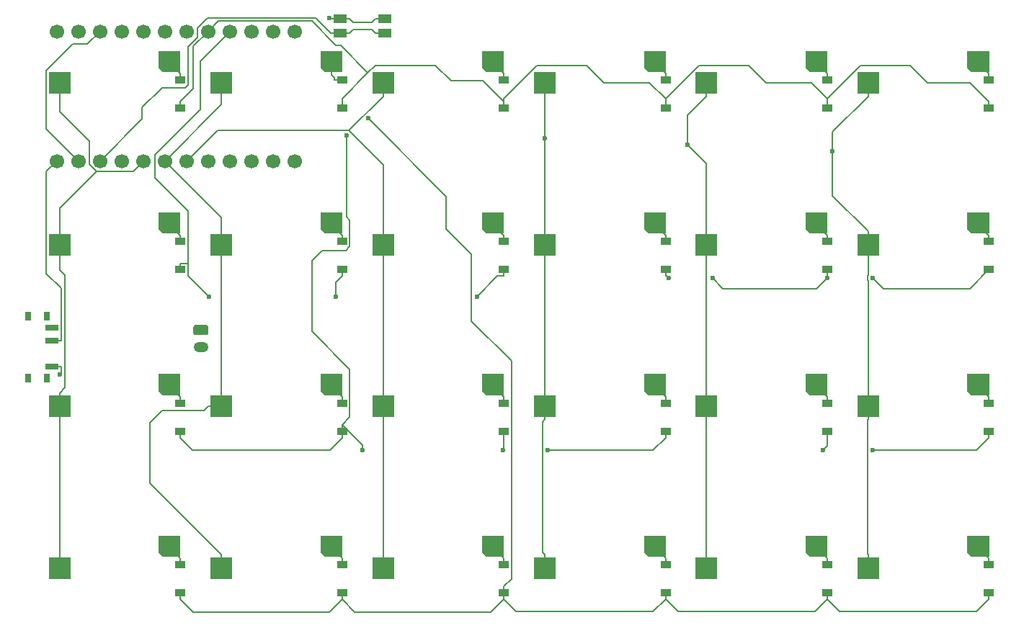
<source format=gbl>
G04 #@! TF.GenerationSoftware,KiCad,Pcbnew,8.0.6+1*
G04 #@! TF.CreationDate,2024-11-11T16:02:32+00:00*
G04 #@! TF.ProjectId,not_about_money_autorouted,6e6f745f-6162-46f7-9574-5f6d6f6e6579,v1.0.0*
G04 #@! TF.SameCoordinates,Original*
G04 #@! TF.FileFunction,Copper,L2,Bot*
G04 #@! TF.FilePolarity,Positive*
%FSLAX46Y46*%
G04 Gerber Fmt 4.6, Leading zero omitted, Abs format (unit mm)*
G04 Created by KiCad (PCBNEW 8.0.6+1) date 2024-11-11 16:02:32*
%MOMM*%
%LPD*%
G01*
G04 APERTURE LIST*
G04 #@! TA.AperFunction,SMDPad,CuDef*
%ADD10R,2.550000X2.500000*%
G04 #@! TD*
G04 #@! TA.AperFunction,SMDPad,CuDef*
%ADD11R,1.200000X0.900000*%
G04 #@! TD*
G04 #@! TA.AperFunction,SMDPad,CuDef*
%ADD12R,1.550000X1.000000*%
G04 #@! TD*
G04 #@! TA.AperFunction,SMDPad,CuDef*
%ADD13R,0.800000X1.000000*%
G04 #@! TD*
G04 #@! TA.AperFunction,SMDPad,CuDef*
%ADD14R,1.500000X0.700000*%
G04 #@! TD*
G04 #@! TA.AperFunction,ComponentPad*
%ADD15C,1.700000*%
G04 #@! TD*
G04 #@! TA.AperFunction,ComponentPad*
%ADD16O,1.750000X1.200000*%
G04 #@! TD*
G04 #@! TA.AperFunction,ViaPad*
%ADD17C,0.600000*%
G04 #@! TD*
G04 #@! TA.AperFunction,Conductor*
%ADD18C,0.200000*%
G04 #@! TD*
G04 APERTURE END LIST*
D10*
X92915000Y-40460000D03*
G04 #@! TA.AperFunction,SMDPad,CuDef*
G36*
X104567000Y-36670000D02*
G01*
X107117000Y-36670000D01*
X107117000Y-39170000D01*
X105067000Y-39170000D01*
X104567000Y-38670000D01*
X104567000Y-36670000D01*
G37*
G04 #@! TD.AperFunction*
D11*
X183100000Y-81400000D03*
X183100000Y-78100000D03*
X145100000Y-62400000D03*
X145100000Y-59100000D03*
D10*
X130915000Y-40460000D03*
G04 #@! TA.AperFunction,SMDPad,CuDef*
G36*
X142567000Y-36670000D02*
G01*
X145117000Y-36670000D01*
X145117000Y-39170000D01*
X143067000Y-39170000D01*
X142567000Y-38670000D01*
X142567000Y-36670000D01*
G37*
G04 #@! TD.AperFunction*
X130915000Y-59460000D03*
G04 #@! TA.AperFunction,SMDPad,CuDef*
G36*
X142567000Y-55670000D02*
G01*
X145117000Y-55670000D01*
X145117000Y-58170000D01*
X143067000Y-58170000D01*
X142567000Y-57670000D01*
X142567000Y-55670000D01*
G37*
G04 #@! TD.AperFunction*
D11*
X202100000Y-62400000D03*
X202100000Y-59100000D03*
X126100000Y-81400000D03*
X126100000Y-78100000D03*
D10*
X92915000Y-97460000D03*
G04 #@! TA.AperFunction,SMDPad,CuDef*
G36*
X104567000Y-93670000D02*
G01*
X107117000Y-93670000D01*
X107117000Y-96170000D01*
X105067000Y-96170000D01*
X104567000Y-95670000D01*
X104567000Y-93670000D01*
G37*
G04 #@! TD.AperFunction*
D11*
X107100000Y-100400000D03*
X107100000Y-97100000D03*
D10*
X111915000Y-78460000D03*
G04 #@! TA.AperFunction,SMDPad,CuDef*
G36*
X123567000Y-74670000D02*
G01*
X126117000Y-74670000D01*
X126117000Y-77170000D01*
X124067000Y-77170000D01*
X123567000Y-76670000D01*
X123567000Y-74670000D01*
G37*
G04 #@! TD.AperFunction*
D11*
X107100000Y-62400000D03*
X107100000Y-59100000D03*
X164100000Y-62400000D03*
X164100000Y-59100000D03*
D10*
X168915000Y-59460000D03*
G04 #@! TA.AperFunction,SMDPad,CuDef*
G36*
X180567000Y-55670000D02*
G01*
X183117000Y-55670000D01*
X183117000Y-58170000D01*
X181067000Y-58170000D01*
X180567000Y-57670000D01*
X180567000Y-55670000D01*
G37*
G04 #@! TD.AperFunction*
X149915000Y-59460000D03*
G04 #@! TA.AperFunction,SMDPad,CuDef*
G36*
X161567000Y-55670000D02*
G01*
X164117000Y-55670000D01*
X164117000Y-58170000D01*
X162067000Y-58170000D01*
X161567000Y-57670000D01*
X161567000Y-55670000D01*
G37*
G04 #@! TD.AperFunction*
D11*
X107100000Y-81400000D03*
X107100000Y-78100000D03*
D10*
X111915000Y-59460000D03*
G04 #@! TA.AperFunction,SMDPad,CuDef*
G36*
X123567000Y-55670000D02*
G01*
X126117000Y-55670000D01*
X126117000Y-58170000D01*
X124067000Y-58170000D01*
X123567000Y-57670000D01*
X123567000Y-55670000D01*
G37*
G04 #@! TD.AperFunction*
D11*
X145100000Y-43400000D03*
X145100000Y-40100000D03*
D10*
X168915000Y-97460000D03*
G04 #@! TA.AperFunction,SMDPad,CuDef*
G36*
X180567000Y-93670000D02*
G01*
X183117000Y-93670000D01*
X183117000Y-96170000D01*
X181067000Y-96170000D01*
X180567000Y-95670000D01*
X180567000Y-93670000D01*
G37*
G04 #@! TD.AperFunction*
D11*
X202100000Y-81400000D03*
X202100000Y-78100000D03*
X164100000Y-43400000D03*
X164100000Y-40100000D03*
D12*
X125875000Y-32900000D03*
X125875000Y-34600000D03*
X131125000Y-32900000D03*
X131125000Y-34600000D03*
D11*
X183100000Y-62400000D03*
X183100000Y-59100000D03*
D10*
X130915000Y-78460000D03*
G04 #@! TA.AperFunction,SMDPad,CuDef*
G36*
X142567000Y-74670000D02*
G01*
X145117000Y-74670000D01*
X145117000Y-77170000D01*
X143067000Y-77170000D01*
X142567000Y-76670000D01*
X142567000Y-74670000D01*
G37*
G04 #@! TD.AperFunction*
X111915000Y-97460000D03*
G04 #@! TA.AperFunction,SMDPad,CuDef*
G36*
X123567000Y-93670000D02*
G01*
X126117000Y-93670000D01*
X126117000Y-96170000D01*
X124067000Y-96170000D01*
X123567000Y-95670000D01*
X123567000Y-93670000D01*
G37*
G04 #@! TD.AperFunction*
D11*
X183100000Y-43400000D03*
X183100000Y-40100000D03*
D10*
X149915000Y-97460000D03*
G04 #@! TA.AperFunction,SMDPad,CuDef*
G36*
X161567000Y-93670000D02*
G01*
X164117000Y-93670000D01*
X164117000Y-96170000D01*
X162067000Y-96170000D01*
X161567000Y-95670000D01*
X161567000Y-93670000D01*
G37*
G04 #@! TD.AperFunction*
X111915000Y-40460000D03*
G04 #@! TA.AperFunction,SMDPad,CuDef*
G36*
X123567000Y-36670000D02*
G01*
X126117000Y-36670000D01*
X126117000Y-39170000D01*
X124067000Y-39170000D01*
X123567000Y-38670000D01*
X123567000Y-36670000D01*
G37*
G04 #@! TD.AperFunction*
D11*
X202100000Y-100400000D03*
X202100000Y-97100000D03*
X183100000Y-100400000D03*
X183100000Y-97100000D03*
D10*
X168915000Y-40460000D03*
G04 #@! TA.AperFunction,SMDPad,CuDef*
G36*
X180567000Y-36670000D02*
G01*
X183117000Y-36670000D01*
X183117000Y-39170000D01*
X181067000Y-39170000D01*
X180567000Y-38670000D01*
X180567000Y-36670000D01*
G37*
G04 #@! TD.AperFunction*
D11*
X164100000Y-100400000D03*
X164100000Y-97100000D03*
D10*
X187915000Y-40460000D03*
G04 #@! TA.AperFunction,SMDPad,CuDef*
G36*
X199567000Y-36670000D02*
G01*
X202117000Y-36670000D01*
X202117000Y-39170000D01*
X200067000Y-39170000D01*
X199567000Y-38670000D01*
X199567000Y-36670000D01*
G37*
G04 #@! TD.AperFunction*
X92915000Y-59460000D03*
G04 #@! TA.AperFunction,SMDPad,CuDef*
G36*
X104567000Y-55670000D02*
G01*
X107117000Y-55670000D01*
X107117000Y-58170000D01*
X105067000Y-58170000D01*
X104567000Y-57670000D01*
X104567000Y-55670000D01*
G37*
G04 #@! TD.AperFunction*
D11*
X145100000Y-81400000D03*
X145100000Y-78100000D03*
D10*
X149915000Y-78460000D03*
G04 #@! TA.AperFunction,SMDPad,CuDef*
G36*
X161567000Y-74670000D02*
G01*
X164117000Y-74670000D01*
X164117000Y-77170000D01*
X162067000Y-77170000D01*
X161567000Y-76670000D01*
X161567000Y-74670000D01*
G37*
G04 #@! TD.AperFunction*
D13*
X91385000Y-75150000D03*
X91385000Y-67850000D03*
X89175000Y-75150000D03*
X89175000Y-67850000D03*
D14*
X92035000Y-73750000D03*
X92035000Y-70750000D03*
X92035000Y-69250000D03*
D11*
X145100000Y-100400000D03*
X145100000Y-97100000D03*
D10*
X187915000Y-97460000D03*
G04 #@! TA.AperFunction,SMDPad,CuDef*
G36*
X199567000Y-93670000D02*
G01*
X202117000Y-93670000D01*
X202117000Y-96170000D01*
X200067000Y-96170000D01*
X199567000Y-95670000D01*
X199567000Y-93670000D01*
G37*
G04 #@! TD.AperFunction*
D11*
X164100000Y-81400000D03*
X164100000Y-78100000D03*
D10*
X187915000Y-59460000D03*
G04 #@! TA.AperFunction,SMDPad,CuDef*
G36*
X199567000Y-55670000D02*
G01*
X202117000Y-55670000D01*
X202117000Y-58170000D01*
X200067000Y-58170000D01*
X199567000Y-57670000D01*
X199567000Y-55670000D01*
G37*
G04 #@! TD.AperFunction*
D11*
X126100000Y-43400000D03*
X126100000Y-40100000D03*
D15*
X92600000Y-34380000D03*
X95140000Y-34380000D03*
X97680000Y-34380000D03*
X100220000Y-34380000D03*
X102760000Y-34380000D03*
X105300000Y-34380000D03*
X107840000Y-34380000D03*
X110380000Y-34380000D03*
X112920000Y-34380000D03*
X115460000Y-34380000D03*
X118000000Y-34380000D03*
X120540000Y-34380000D03*
X120540000Y-49620000D03*
X118000000Y-49620000D03*
X115460000Y-49620000D03*
X112920000Y-49620000D03*
X110380000Y-49620000D03*
X107840000Y-49620000D03*
X105300000Y-49620000D03*
X102760000Y-49620000D03*
X100220000Y-49620000D03*
X97680000Y-49620000D03*
X95140000Y-49620000D03*
X92600000Y-49620000D03*
D10*
X130915000Y-97460000D03*
G04 #@! TA.AperFunction,SMDPad,CuDef*
G36*
X142567000Y-93670000D02*
G01*
X145117000Y-93670000D01*
X145117000Y-96170000D01*
X143067000Y-96170000D01*
X142567000Y-95670000D01*
X142567000Y-93670000D01*
G37*
G04 #@! TD.AperFunction*
G04 #@! TA.AperFunction,ComponentPad*
G36*
G01*
X110135000Y-70100000D02*
X108865000Y-70100000D01*
G75*
G02*
X108625000Y-69860000I0J240000D01*
G01*
X108625000Y-69140000D01*
G75*
G02*
X108865000Y-68900000I240000J0D01*
G01*
X110135000Y-68900000D01*
G75*
G02*
X110375000Y-69140000I0J-240000D01*
G01*
X110375000Y-69860000D01*
G75*
G02*
X110135000Y-70100000I-240000J0D01*
G01*
G37*
G04 #@! TD.AperFunction*
D16*
X109500000Y-71500000D03*
D10*
X168915000Y-78460000D03*
G04 #@! TA.AperFunction,SMDPad,CuDef*
G36*
X180567000Y-74670000D02*
G01*
X183117000Y-74670000D01*
X183117000Y-77170000D01*
X181067000Y-77170000D01*
X180567000Y-76670000D01*
X180567000Y-74670000D01*
G37*
G04 #@! TD.AperFunction*
D11*
X126100000Y-62400000D03*
X126100000Y-59100000D03*
X107100000Y-43400000D03*
X107100000Y-40100000D03*
D10*
X187915000Y-78460000D03*
G04 #@! TA.AperFunction,SMDPad,CuDef*
G36*
X199567000Y-74670000D02*
G01*
X202117000Y-74670000D01*
X202117000Y-77170000D01*
X200067000Y-77170000D01*
X199567000Y-76670000D01*
X199567000Y-74670000D01*
G37*
G04 #@! TD.AperFunction*
X92915000Y-78460000D03*
G04 #@! TA.AperFunction,SMDPad,CuDef*
G36*
X104567000Y-74670000D02*
G01*
X107117000Y-74670000D01*
X107117000Y-77170000D01*
X105067000Y-77170000D01*
X104567000Y-76670000D01*
X104567000Y-74670000D01*
G37*
G04 #@! TD.AperFunction*
D11*
X202100000Y-43400000D03*
X202100000Y-40100000D03*
D10*
X149915000Y-40460000D03*
G04 #@! TA.AperFunction,SMDPad,CuDef*
G36*
X161567000Y-36670000D02*
G01*
X164117000Y-36670000D01*
X164117000Y-39170000D01*
X162067000Y-39170000D01*
X161567000Y-38670000D01*
X161567000Y-36670000D01*
G37*
G04 #@! TD.AperFunction*
D11*
X126100000Y-100400000D03*
X126100000Y-97100000D03*
D17*
X149915000Y-46943800D03*
X166707500Y-47736400D03*
X183734900Y-48439000D03*
X129177800Y-44616800D03*
X145004200Y-83600200D03*
X126592900Y-46621700D03*
X188442500Y-83600200D03*
X150235000Y-83600200D03*
X128511500Y-83600200D03*
X182636700Y-83600200D03*
X110450000Y-65558800D03*
X183100000Y-63360300D03*
X125337500Y-65558800D03*
X141941200Y-65558800D03*
X164453600Y-63373200D03*
X169631100Y-63373200D03*
X188442500Y-63360300D03*
X124597200Y-32805000D03*
X92933200Y-74704900D03*
D18*
X96410000Y-47331700D02*
X92915000Y-43836700D01*
X92915000Y-59460000D02*
X92915000Y-55135300D01*
X92915000Y-43836700D02*
X92915000Y-40460000D01*
X93536200Y-76288700D02*
X93536200Y-63072900D01*
X96410000Y-49993900D02*
X96410000Y-47331700D01*
X101562900Y-50817100D02*
X97233200Y-50817100D01*
X97233200Y-50817100D02*
X96410000Y-49993900D01*
X93536200Y-63072900D02*
X92915000Y-62451700D01*
X92915000Y-78460000D02*
X92915000Y-76909900D01*
X92915000Y-55135300D02*
X97233200Y-50817100D01*
X92915000Y-76909900D02*
X93536200Y-76288700D01*
X92915000Y-62451700D02*
X92915000Y-59460000D01*
X92915000Y-97460000D02*
X92915000Y-78460000D01*
X102760000Y-49620000D02*
X101562900Y-50817100D01*
X105842000Y-95091900D02*
X105842000Y-94920000D01*
X107100000Y-96349900D02*
X105842000Y-95091900D01*
X107100000Y-97100000D02*
X107100000Y-96349900D01*
X107100000Y-78100000D02*
X107100000Y-77349900D01*
X107100000Y-77349900D02*
X105842000Y-76091900D01*
X105842000Y-76091900D02*
X105842000Y-75920000D01*
X107100000Y-58349900D02*
X105842000Y-57091900D01*
X105842000Y-57091900D02*
X105842000Y-56920000D01*
X107100000Y-59100000D02*
X107100000Y-58349900D01*
X107100000Y-40100000D02*
X107100000Y-39349900D01*
X107100000Y-39349900D02*
X105842000Y-38091900D01*
X105842000Y-38091900D02*
X105842000Y-37920000D01*
X111915000Y-97460000D02*
X111915000Y-95909900D01*
X111915000Y-57909900D02*
X111915000Y-56235000D01*
X109881200Y-78918700D02*
X104995700Y-78918700D01*
X110339900Y-78460000D02*
X109881200Y-78918700D01*
X105300000Y-49620000D02*
X111915000Y-43005000D01*
X111915000Y-43005000D02*
X111915000Y-40460000D01*
X111915000Y-59460000D02*
X111915000Y-78460000D01*
X111915000Y-78460000D02*
X110339900Y-78460000D01*
X111915000Y-58684900D02*
X111915000Y-57909900D01*
X111915000Y-56235000D02*
X105300000Y-49620000D01*
X103509800Y-87504700D02*
X111915000Y-95909900D01*
X104995700Y-78918700D02*
X103509800Y-80404600D01*
X103509800Y-80404600D02*
X103509800Y-87504700D01*
X111915000Y-58684900D02*
X111915000Y-59460000D01*
X124842000Y-95091900D02*
X124842000Y-94920000D01*
X126100000Y-96349900D02*
X124842000Y-95091900D01*
X126100000Y-97100000D02*
X126100000Y-96349900D01*
X126100000Y-77349900D02*
X124842000Y-76091900D01*
X126100000Y-78100000D02*
X126100000Y-77349900D01*
X124842000Y-76091900D02*
X124842000Y-75920000D01*
X124842000Y-57091900D02*
X124842000Y-56920000D01*
X126100000Y-58349900D02*
X124842000Y-57091900D01*
X126100000Y-59100000D02*
X126100000Y-58349900D01*
X126100000Y-40100000D02*
X125199900Y-40100000D01*
X124842000Y-37920000D02*
X124842000Y-39470100D01*
X125199900Y-39828000D02*
X124842000Y-39470100D01*
X125199900Y-40100000D02*
X125199900Y-39828000D01*
X126875200Y-46049900D02*
X130915000Y-50089700D01*
X130915000Y-40460000D02*
X130915000Y-42010100D01*
X130915000Y-50089700D02*
X130915000Y-59460000D01*
X130915000Y-78460000D02*
X130915000Y-59460000D01*
X130915000Y-97460000D02*
X130915000Y-78460000D01*
X107840000Y-49620000D02*
X111480000Y-45980000D01*
X126805300Y-45980000D02*
X126875200Y-46049900D01*
X111480000Y-45980000D02*
X126805300Y-45980000D01*
X130915000Y-42010100D02*
X126875200Y-46049900D01*
X143842000Y-95091900D02*
X143842000Y-94920000D01*
X145100000Y-96349900D02*
X143842000Y-95091900D01*
X145100000Y-97100000D02*
X145100000Y-96349900D01*
X143842000Y-76091900D02*
X143842000Y-75920000D01*
X145100000Y-77349900D02*
X143842000Y-76091900D01*
X145100000Y-78100000D02*
X145100000Y-77349900D01*
X145100000Y-58349900D02*
X143842000Y-57091900D01*
X143842000Y-57091900D02*
X143842000Y-56920000D01*
X145100000Y-59100000D02*
X145100000Y-58349900D01*
X145100000Y-40100000D02*
X145100000Y-39349900D01*
X145100000Y-39349900D02*
X143842000Y-38091900D01*
X143842000Y-38091900D02*
X143842000Y-37920000D01*
X149915000Y-59460000D02*
X149915000Y-78460000D01*
X149915000Y-97460000D02*
X149915000Y-95909900D01*
X149915000Y-78460000D02*
X149915000Y-80010100D01*
X149915000Y-80010100D02*
X149634900Y-80290200D01*
X149634900Y-95629800D02*
X149915000Y-95909900D01*
X149915000Y-40460000D02*
X149915000Y-46943800D01*
X149915000Y-46943800D02*
X149915000Y-59460000D01*
X149634900Y-80290200D02*
X149634900Y-95629800D01*
X164100000Y-97100000D02*
X164100000Y-96349900D01*
X164100000Y-96349900D02*
X162842000Y-95091900D01*
X162842000Y-95091900D02*
X162842000Y-94920000D01*
X162842000Y-76091900D02*
X162842000Y-75920000D01*
X164100000Y-78100000D02*
X164100000Y-77349900D01*
X164100000Y-77349900D02*
X162842000Y-76091900D01*
X164100000Y-59100000D02*
X164100000Y-58349900D01*
X162842000Y-57091900D02*
X162842000Y-56920000D01*
X164100000Y-58349900D02*
X162842000Y-57091900D01*
X164100000Y-40100000D02*
X164100000Y-39349900D01*
X162842000Y-38091900D02*
X162842000Y-37920000D01*
X164100000Y-39349900D02*
X162842000Y-38091900D01*
X168915000Y-49943900D02*
X168915000Y-59460000D01*
X166707500Y-47736400D02*
X166707500Y-44217600D01*
X166707500Y-47736400D02*
X168915000Y-49943900D01*
X168915000Y-78460000D02*
X168915000Y-59460000D01*
X168915000Y-40460000D02*
X168915000Y-42010100D01*
X168915000Y-97460000D02*
X168915000Y-78460000D01*
X166707500Y-44217600D02*
X168915000Y-42010100D01*
X183100000Y-96349900D02*
X181842000Y-95091900D01*
X183100000Y-97100000D02*
X183100000Y-96349900D01*
X181842000Y-95091900D02*
X181842000Y-94920000D01*
X183100000Y-78100000D02*
X183100000Y-77349900D01*
X183100000Y-77349900D02*
X181842000Y-76091900D01*
X181842000Y-76091900D02*
X181842000Y-75920000D01*
X183100000Y-58349900D02*
X181842000Y-57091900D01*
X181842000Y-57091900D02*
X181842000Y-56920000D01*
X183100000Y-59100000D02*
X183100000Y-58349900D01*
X183100000Y-40100000D02*
X183100000Y-39349900D01*
X181842000Y-38091900D02*
X181842000Y-37920000D01*
X183100000Y-39349900D02*
X181842000Y-38091900D01*
X187915000Y-78460000D02*
X187915000Y-80010100D01*
X187842400Y-80082700D02*
X187842400Y-95837300D01*
X187915000Y-63681400D02*
X187915000Y-78460000D01*
X187915000Y-42010100D02*
X183734900Y-46190200D01*
X187915000Y-59460000D02*
X187915000Y-63039200D01*
X187915000Y-63039200D02*
X187842400Y-63111800D01*
X187842400Y-63608800D02*
X187915000Y-63681400D01*
X187915000Y-40460000D02*
X187915000Y-42010100D01*
X183734900Y-48439000D02*
X183734900Y-53729800D01*
X183734900Y-53729800D02*
X187915000Y-57909900D01*
X183734900Y-46190200D02*
X183734900Y-48439000D01*
X187915000Y-59460000D02*
X187915000Y-57909900D01*
X187842400Y-63111800D02*
X187842400Y-63608800D01*
X187915000Y-97460000D02*
X187915000Y-95909900D01*
X187842400Y-95837300D02*
X187915000Y-95909900D01*
X187915000Y-80010100D02*
X187842400Y-80082700D01*
X200842000Y-95091900D02*
X200842000Y-94920000D01*
X202100000Y-97100000D02*
X202100000Y-96349900D01*
X202100000Y-96349900D02*
X200842000Y-95091900D01*
X200842000Y-76091900D02*
X200842000Y-75920000D01*
X202100000Y-78100000D02*
X202100000Y-77349900D01*
X202100000Y-77349900D02*
X200842000Y-76091900D01*
X200842000Y-57091900D02*
X200842000Y-56920000D01*
X202100000Y-58349900D02*
X200842000Y-57091900D01*
X202100000Y-59100000D02*
X202100000Y-58349900D01*
X202100000Y-40100000D02*
X202100000Y-39349900D01*
X202100000Y-39349900D02*
X200842000Y-38091900D01*
X200842000Y-38091900D02*
X200842000Y-37920000D01*
X146001300Y-98748600D02*
X146001300Y-73151300D01*
X146550100Y-102600200D02*
X145100000Y-101150100D01*
X124584600Y-102665500D02*
X108615400Y-102665500D01*
X145100000Y-99649900D02*
X146001300Y-98748600D01*
X202100000Y-101150100D02*
X200649900Y-102600200D01*
X126100000Y-101150100D02*
X127594000Y-102644100D01*
X164100000Y-101150100D02*
X162649900Y-102600200D01*
X126100000Y-100775000D02*
X126100000Y-100455900D01*
X202100000Y-100400000D02*
X202100000Y-101150100D01*
X127594000Y-102644100D02*
X143606000Y-102644100D01*
X141317900Y-60605600D02*
X138352700Y-57640400D01*
X141317900Y-68467900D02*
X141317900Y-60605600D01*
X146001300Y-73151300D02*
X141317900Y-68467900D01*
X126100000Y-100775000D02*
X126100000Y-101150100D01*
X162649900Y-102600200D02*
X146550100Y-102600200D01*
X108615400Y-102665500D02*
X107100000Y-101150100D01*
X200649900Y-102600200D02*
X184550100Y-102600200D01*
X143606000Y-102644100D02*
X145100000Y-101150100D01*
X184550100Y-102600200D02*
X183100000Y-101150100D01*
X164100000Y-100400000D02*
X164100000Y-101150100D01*
X181649900Y-102600200D02*
X183100000Y-101150100D01*
X183100000Y-100400000D02*
X183100000Y-101150100D01*
X138352700Y-57640400D02*
X138352700Y-53791700D01*
X138352700Y-53791700D02*
X129177800Y-44616800D01*
X145100000Y-100400000D02*
X145100000Y-99649900D01*
X126100000Y-101150100D02*
X124584600Y-102665500D01*
X107100000Y-100400000D02*
X107100000Y-101150100D01*
X164100000Y-101150100D02*
X165550100Y-102600200D01*
X126100000Y-100400000D02*
X126100000Y-100455900D01*
X145100000Y-100400000D02*
X145100000Y-101150100D01*
X165550100Y-102600200D02*
X181649900Y-102600200D01*
X126100000Y-81400000D02*
X126100000Y-80649900D01*
X145100000Y-81400000D02*
X145100000Y-83504400D01*
X107100000Y-82150100D02*
X108550100Y-83600200D01*
X202100000Y-82150100D02*
X200650000Y-83600100D01*
X127000400Y-74087900D02*
X127000400Y-79749500D01*
X188442500Y-83600100D02*
X188442500Y-83600200D01*
X127000100Y-56568700D02*
X127000100Y-59674300D01*
X126513500Y-60160900D02*
X123777500Y-60160900D01*
X150235000Y-83600100D02*
X150235000Y-83600200D01*
X126100000Y-80649900D02*
X128511500Y-83061400D01*
X107100000Y-81400000D02*
X107100000Y-82150100D01*
X145100000Y-83504400D02*
X145004200Y-83600200D01*
X200650000Y-83600100D02*
X188442500Y-83600100D01*
X108550100Y-83600200D02*
X124649900Y-83600200D01*
X124649900Y-83600200D02*
X126100000Y-82150100D01*
X164100000Y-81400000D02*
X164100000Y-82150100D01*
X126592900Y-56161500D02*
X127000100Y-56568700D01*
X126100000Y-81400000D02*
X126100000Y-82150100D01*
X128511500Y-83061400D02*
X128511500Y-83600200D01*
X127000100Y-59674300D02*
X126513500Y-60160900D01*
X126592900Y-46621700D02*
X126592900Y-56161500D01*
X127000400Y-79749500D02*
X126100000Y-80649900D01*
X162650000Y-83600100D02*
X150235000Y-83600100D01*
X122579200Y-69666700D02*
X127000400Y-74087900D01*
X183100000Y-81400000D02*
X183100000Y-83136900D01*
X202100000Y-81400000D02*
X202100000Y-82150100D01*
X122579200Y-61359200D02*
X122579200Y-69666700D01*
X183100000Y-83136900D02*
X182636700Y-83600200D01*
X164100000Y-82150100D02*
X162650000Y-83600100D01*
X123777500Y-60160900D02*
X122579200Y-61359200D01*
X144349900Y-63150100D02*
X141941200Y-65558800D01*
X202100000Y-62400000D02*
X199891100Y-64608900D01*
X183100000Y-62400000D02*
X183100000Y-63150100D01*
X125337500Y-65558800D02*
X125337500Y-63912600D01*
X199891100Y-64608900D02*
X189691100Y-64608900D01*
X104103800Y-51580000D02*
X108000200Y-55476400D01*
X107100000Y-62400000D02*
X107100000Y-61649900D01*
X164230500Y-63150100D02*
X164453600Y-63373200D01*
X108000200Y-63109000D02*
X110450000Y-65558800D01*
X112920000Y-34380000D02*
X109436800Y-37863200D01*
X164100000Y-62400000D02*
X164100000Y-63150100D01*
X125337500Y-63912600D02*
X126100000Y-63150100D01*
X108000200Y-55476400D02*
X108000200Y-61649900D01*
X183100000Y-63360300D02*
X181853700Y-64606600D01*
X104103800Y-48910100D02*
X104103800Y-51580000D01*
X109436800Y-37863200D02*
X109436800Y-43577100D01*
X126100000Y-62400000D02*
X126100000Y-63150100D01*
X189691100Y-64608900D02*
X188442500Y-63360300D01*
X183100000Y-63150100D02*
X183100000Y-63360300D01*
X145100000Y-62400000D02*
X145100000Y-63150100D01*
X145100000Y-63150100D02*
X144349900Y-63150100D01*
X109436800Y-43577100D02*
X104103800Y-48910100D01*
X108000200Y-61649900D02*
X108000200Y-63109000D01*
X108000200Y-61649900D02*
X107100000Y-61649900D01*
X170864500Y-64606600D02*
X169631100Y-63373200D01*
X164100000Y-63150100D02*
X164230500Y-63150100D01*
X181853700Y-64606600D02*
X170864500Y-64606600D01*
X154845100Y-38364200D02*
X149015900Y-38364200D01*
X126100000Y-42734200D02*
X126100000Y-42272200D01*
X156880700Y-40399800D02*
X154845100Y-38364200D01*
X129990900Y-38381300D02*
X137058500Y-38381300D01*
X168002600Y-38400300D02*
X173881200Y-38400300D01*
X142645200Y-40195100D02*
X145100000Y-42649900D01*
X107100000Y-43400000D02*
X107100000Y-42649900D01*
X181219700Y-40399800D02*
X183100000Y-42280100D01*
X125391400Y-36050200D02*
X125930200Y-36050200D01*
X149015900Y-38364200D02*
X145100000Y-42280100D01*
X122534800Y-33193600D02*
X125391400Y-36050200D01*
X125930200Y-36050200D02*
X129126100Y-39246100D01*
X110380000Y-34380000D02*
X111566400Y-33193600D01*
X138872300Y-40195100D02*
X142645200Y-40195100D01*
X173881200Y-38400300D02*
X175880700Y-40399800D01*
X164100000Y-43400000D02*
X164100000Y-42302900D01*
X108628200Y-36131800D02*
X110380000Y-34380000D01*
X145100000Y-43400000D02*
X145100000Y-42649900D01*
X108628200Y-41121700D02*
X108628200Y-36131800D01*
X126100000Y-42272200D02*
X129126100Y-39246100D01*
X164100000Y-42302900D02*
X162196900Y-40399800D01*
X194880700Y-40399800D02*
X199849900Y-40399800D01*
X126100000Y-43400000D02*
X126100000Y-42734200D01*
X192845100Y-38364200D02*
X194880700Y-40399800D01*
X162196900Y-40399800D02*
X156880700Y-40399800D01*
X129126100Y-39246100D02*
X129990900Y-38381300D01*
X187015900Y-38364200D02*
X192845100Y-38364200D01*
X137058500Y-38381300D02*
X138872300Y-40195100D01*
X164100000Y-42302900D02*
X168002600Y-38400300D01*
X107100000Y-42649900D02*
X108628200Y-41121700D01*
X199849900Y-40399800D02*
X202100000Y-42649900D01*
X111566400Y-33193600D02*
X122534800Y-33193600D01*
X202100000Y-43400000D02*
X202100000Y-42649900D01*
X145100000Y-42280100D02*
X145100000Y-42649900D01*
X183100000Y-43400000D02*
X183100000Y-42280100D01*
X183100000Y-42280100D02*
X187015900Y-38364200D01*
X175880700Y-40399800D02*
X181219700Y-40399800D01*
X93085100Y-64600100D02*
X93085100Y-70750000D01*
X92035000Y-70750000D02*
X93085100Y-70750000D01*
X92600000Y-49620000D02*
X91339800Y-50880200D01*
X91339800Y-62854800D02*
X93085100Y-64600100D01*
X91339800Y-50880200D02*
X91339800Y-62854800D01*
X94491900Y-35869800D02*
X96190200Y-35869800D01*
X125875000Y-32900000D02*
X124799900Y-32900000D01*
X130049900Y-32900000D02*
X129604200Y-33345700D01*
X127395800Y-33345700D02*
X126950100Y-32900000D01*
X131125000Y-32900000D02*
X130049900Y-32900000D01*
X124704900Y-32805000D02*
X124799900Y-32900000D01*
X95140000Y-49620000D02*
X91339800Y-45819800D01*
X91339800Y-45819800D02*
X91339800Y-39021900D01*
X96190200Y-35869800D02*
X97680000Y-34380000D01*
X91339800Y-39021900D02*
X94491900Y-35869800D01*
X124597200Y-32805000D02*
X124704900Y-32805000D01*
X129604200Y-33345700D02*
X127395800Y-33345700D01*
X125875000Y-32900000D02*
X126950100Y-32900000D01*
X130049900Y-34600000D02*
X129624900Y-34175000D01*
X102613300Y-44686700D02*
X97680000Y-49620000D01*
X125875000Y-34600000D02*
X124799900Y-34600000D01*
X125987500Y-34600000D02*
X126950100Y-34600000D01*
X108028100Y-36166000D02*
X108028100Y-40650000D01*
X110320100Y-32793400D02*
X109110000Y-34003500D01*
X124799900Y-34600000D02*
X122993300Y-32793400D01*
X108028100Y-40650000D02*
X107692100Y-40986000D01*
X131125000Y-34600000D02*
X130049900Y-34600000D01*
X107692100Y-40986000D02*
X104949400Y-40986000D01*
X109110000Y-34003500D02*
X109110000Y-35084100D01*
X127375100Y-34175000D02*
X126950100Y-34600000D01*
X102613300Y-43322100D02*
X102613300Y-44686700D01*
X125987500Y-34600000D02*
X125875000Y-34600000D01*
X109110000Y-35084100D02*
X108028100Y-36166000D01*
X104949400Y-40986000D02*
X102613300Y-43322100D01*
X129624900Y-34175000D02*
X127375100Y-34175000D01*
X122993300Y-32793400D02*
X110320100Y-32793400D01*
X93085100Y-73750000D02*
X93085100Y-74553000D01*
X92035000Y-73750000D02*
X93085100Y-73750000D01*
X93085100Y-74553000D02*
X92933200Y-74704900D01*
M02*

</source>
